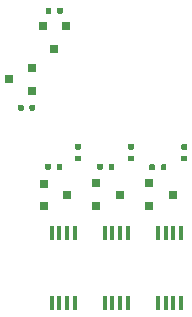
<source format=gbr>
G04 #@! TF.GenerationSoftware,KiCad,Pcbnew,(5.1.5)-3*
G04 #@! TF.CreationDate,2020-07-01T18:11:23-05:00*
G04 #@! TF.ProjectId,LightDriverShieldVer2,4c696768-7444-4726-9976-657253686965,rev?*
G04 #@! TF.SameCoordinates,Original*
G04 #@! TF.FileFunction,Paste,Top*
G04 #@! TF.FilePolarity,Positive*
%FSLAX46Y46*%
G04 Gerber Fmt 4.6, Leading zero omitted, Abs format (unit mm)*
G04 Created by KiCad (PCBNEW (5.1.5)-3) date 2020-07-01 18:11:23*
%MOMM*%
%LPD*%
G04 APERTURE LIST*
%ADD10R,0.720000X0.640000*%
%ADD11R,0.360000X1.160000*%
%ADD12C,0.100000*%
%ADD13R,0.640000X0.720000*%
G04 APERTURE END LIST*
D10*
X116050000Y-107800000D03*
X114050000Y-108750000D03*
X114050000Y-106850000D03*
X102150000Y-98050000D03*
X104150000Y-97100000D03*
X104150000Y-99000000D03*
X111550000Y-107800000D03*
X109550000Y-108750000D03*
X109550000Y-106850000D03*
X107100000Y-107850000D03*
X105100000Y-108800000D03*
X105100000Y-106900000D03*
D11*
X105775000Y-111050000D03*
X106425000Y-111050000D03*
X107075000Y-111050000D03*
X107725000Y-111050000D03*
X107725000Y-116950000D03*
X107075000Y-116950000D03*
X106425000Y-116950000D03*
X105775000Y-116950000D03*
X114775000Y-111050000D03*
X115425000Y-111050000D03*
X116075000Y-111050000D03*
X116725000Y-111050000D03*
X116725000Y-116950000D03*
X116075000Y-116950000D03*
X115425000Y-116950000D03*
X114775000Y-116950000D03*
X110275000Y-111050000D03*
X110925000Y-111050000D03*
X111575000Y-111050000D03*
X112225000Y-111050000D03*
X112225000Y-116950000D03*
X111575000Y-116950000D03*
X110925000Y-116950000D03*
X110275000Y-116950000D03*
D12*
G36*
X117149566Y-103529568D02*
G01*
X117161021Y-103531267D01*
X117172254Y-103534081D01*
X117183157Y-103537982D01*
X117193625Y-103542933D01*
X117203557Y-103548887D01*
X117212858Y-103555785D01*
X117221439Y-103563561D01*
X117229215Y-103572142D01*
X117236113Y-103581443D01*
X117242067Y-103591375D01*
X117247018Y-103601843D01*
X117250919Y-103612746D01*
X117253733Y-103623979D01*
X117255432Y-103635434D01*
X117256000Y-103647000D01*
X117256000Y-103883000D01*
X117255432Y-103894566D01*
X117253733Y-103906021D01*
X117250919Y-103917254D01*
X117247018Y-103928157D01*
X117242067Y-103938625D01*
X117236113Y-103948557D01*
X117229215Y-103957858D01*
X117221439Y-103966439D01*
X117212858Y-103974215D01*
X117203557Y-103981113D01*
X117193625Y-103987067D01*
X117183157Y-103992018D01*
X117172254Y-103995919D01*
X117161021Y-103998733D01*
X117149566Y-104000432D01*
X117138000Y-104001000D01*
X116862000Y-104001000D01*
X116850434Y-104000432D01*
X116838979Y-103998733D01*
X116827746Y-103995919D01*
X116816843Y-103992018D01*
X116806375Y-103987067D01*
X116796443Y-103981113D01*
X116787142Y-103974215D01*
X116778561Y-103966439D01*
X116770785Y-103957858D01*
X116763887Y-103948557D01*
X116757933Y-103938625D01*
X116752982Y-103928157D01*
X116749081Y-103917254D01*
X116746267Y-103906021D01*
X116744568Y-103894566D01*
X116744000Y-103883000D01*
X116744000Y-103647000D01*
X116744568Y-103635434D01*
X116746267Y-103623979D01*
X116749081Y-103612746D01*
X116752982Y-103601843D01*
X116757933Y-103591375D01*
X116763887Y-103581443D01*
X116770785Y-103572142D01*
X116778561Y-103563561D01*
X116787142Y-103555785D01*
X116796443Y-103548887D01*
X116806375Y-103542933D01*
X116816843Y-103537982D01*
X116827746Y-103534081D01*
X116838979Y-103531267D01*
X116850434Y-103529568D01*
X116862000Y-103529000D01*
X117138000Y-103529000D01*
X117149566Y-103529568D01*
G37*
G36*
X117149566Y-104499568D02*
G01*
X117161021Y-104501267D01*
X117172254Y-104504081D01*
X117183157Y-104507982D01*
X117193625Y-104512933D01*
X117203557Y-104518887D01*
X117212858Y-104525785D01*
X117221439Y-104533561D01*
X117229215Y-104542142D01*
X117236113Y-104551443D01*
X117242067Y-104561375D01*
X117247018Y-104571843D01*
X117250919Y-104582746D01*
X117253733Y-104593979D01*
X117255432Y-104605434D01*
X117256000Y-104617000D01*
X117256000Y-104853000D01*
X117255432Y-104864566D01*
X117253733Y-104876021D01*
X117250919Y-104887254D01*
X117247018Y-104898157D01*
X117242067Y-104908625D01*
X117236113Y-104918557D01*
X117229215Y-104927858D01*
X117221439Y-104936439D01*
X117212858Y-104944215D01*
X117203557Y-104951113D01*
X117193625Y-104957067D01*
X117183157Y-104962018D01*
X117172254Y-104965919D01*
X117161021Y-104968733D01*
X117149566Y-104970432D01*
X117138000Y-104971000D01*
X116862000Y-104971000D01*
X116850434Y-104970432D01*
X116838979Y-104968733D01*
X116827746Y-104965919D01*
X116816843Y-104962018D01*
X116806375Y-104957067D01*
X116796443Y-104951113D01*
X116787142Y-104944215D01*
X116778561Y-104936439D01*
X116770785Y-104927858D01*
X116763887Y-104918557D01*
X116757933Y-104908625D01*
X116752982Y-104898157D01*
X116749081Y-104887254D01*
X116746267Y-104876021D01*
X116744568Y-104864566D01*
X116744000Y-104853000D01*
X116744000Y-104617000D01*
X116744568Y-104605434D01*
X116746267Y-104593979D01*
X116749081Y-104582746D01*
X116752982Y-104571843D01*
X116757933Y-104561375D01*
X116763887Y-104551443D01*
X116770785Y-104542142D01*
X116778561Y-104533561D01*
X116787142Y-104525785D01*
X116796443Y-104518887D01*
X116806375Y-104512933D01*
X116816843Y-104507982D01*
X116827746Y-104504081D01*
X116838979Y-104501267D01*
X116850434Y-104499568D01*
X116862000Y-104499000D01*
X117138000Y-104499000D01*
X117149566Y-104499568D01*
G37*
G36*
X114409566Y-105244568D02*
G01*
X114421021Y-105246267D01*
X114432254Y-105249081D01*
X114443157Y-105252982D01*
X114453625Y-105257933D01*
X114463557Y-105263887D01*
X114472858Y-105270785D01*
X114481439Y-105278561D01*
X114489215Y-105287142D01*
X114496113Y-105296443D01*
X114502067Y-105306375D01*
X114507018Y-105316843D01*
X114510919Y-105327746D01*
X114513733Y-105338979D01*
X114515432Y-105350434D01*
X114516000Y-105362000D01*
X114516000Y-105638000D01*
X114515432Y-105649566D01*
X114513733Y-105661021D01*
X114510919Y-105672254D01*
X114507018Y-105683157D01*
X114502067Y-105693625D01*
X114496113Y-105703557D01*
X114489215Y-105712858D01*
X114481439Y-105721439D01*
X114472858Y-105729215D01*
X114463557Y-105736113D01*
X114453625Y-105742067D01*
X114443157Y-105747018D01*
X114432254Y-105750919D01*
X114421021Y-105753733D01*
X114409566Y-105755432D01*
X114398000Y-105756000D01*
X114162000Y-105756000D01*
X114150434Y-105755432D01*
X114138979Y-105753733D01*
X114127746Y-105750919D01*
X114116843Y-105747018D01*
X114106375Y-105742067D01*
X114096443Y-105736113D01*
X114087142Y-105729215D01*
X114078561Y-105721439D01*
X114070785Y-105712858D01*
X114063887Y-105703557D01*
X114057933Y-105693625D01*
X114052982Y-105683157D01*
X114049081Y-105672254D01*
X114046267Y-105661021D01*
X114044568Y-105649566D01*
X114044000Y-105638000D01*
X114044000Y-105362000D01*
X114044568Y-105350434D01*
X114046267Y-105338979D01*
X114049081Y-105327746D01*
X114052982Y-105316843D01*
X114057933Y-105306375D01*
X114063887Y-105296443D01*
X114070785Y-105287142D01*
X114078561Y-105278561D01*
X114087142Y-105270785D01*
X114096443Y-105263887D01*
X114106375Y-105257933D01*
X114116843Y-105252982D01*
X114127746Y-105249081D01*
X114138979Y-105246267D01*
X114150434Y-105244568D01*
X114162000Y-105244000D01*
X114398000Y-105244000D01*
X114409566Y-105244568D01*
G37*
G36*
X115379566Y-105244568D02*
G01*
X115391021Y-105246267D01*
X115402254Y-105249081D01*
X115413157Y-105252982D01*
X115423625Y-105257933D01*
X115433557Y-105263887D01*
X115442858Y-105270785D01*
X115451439Y-105278561D01*
X115459215Y-105287142D01*
X115466113Y-105296443D01*
X115472067Y-105306375D01*
X115477018Y-105316843D01*
X115480919Y-105327746D01*
X115483733Y-105338979D01*
X115485432Y-105350434D01*
X115486000Y-105362000D01*
X115486000Y-105638000D01*
X115485432Y-105649566D01*
X115483733Y-105661021D01*
X115480919Y-105672254D01*
X115477018Y-105683157D01*
X115472067Y-105693625D01*
X115466113Y-105703557D01*
X115459215Y-105712858D01*
X115451439Y-105721439D01*
X115442858Y-105729215D01*
X115433557Y-105736113D01*
X115423625Y-105742067D01*
X115413157Y-105747018D01*
X115402254Y-105750919D01*
X115391021Y-105753733D01*
X115379566Y-105755432D01*
X115368000Y-105756000D01*
X115132000Y-105756000D01*
X115120434Y-105755432D01*
X115108979Y-105753733D01*
X115097746Y-105750919D01*
X115086843Y-105747018D01*
X115076375Y-105742067D01*
X115066443Y-105736113D01*
X115057142Y-105729215D01*
X115048561Y-105721439D01*
X115040785Y-105712858D01*
X115033887Y-105703557D01*
X115027933Y-105693625D01*
X115022982Y-105683157D01*
X115019081Y-105672254D01*
X115016267Y-105661021D01*
X115014568Y-105649566D01*
X115014000Y-105638000D01*
X115014000Y-105362000D01*
X115014568Y-105350434D01*
X115016267Y-105338979D01*
X115019081Y-105327746D01*
X115022982Y-105316843D01*
X115027933Y-105306375D01*
X115033887Y-105296443D01*
X115040785Y-105287142D01*
X115048561Y-105278561D01*
X115057142Y-105270785D01*
X115066443Y-105263887D01*
X115076375Y-105257933D01*
X115086843Y-105252982D01*
X115097746Y-105249081D01*
X115108979Y-105246267D01*
X115120434Y-105244568D01*
X115132000Y-105244000D01*
X115368000Y-105244000D01*
X115379566Y-105244568D01*
G37*
G36*
X112649566Y-103529568D02*
G01*
X112661021Y-103531267D01*
X112672254Y-103534081D01*
X112683157Y-103537982D01*
X112693625Y-103542933D01*
X112703557Y-103548887D01*
X112712858Y-103555785D01*
X112721439Y-103563561D01*
X112729215Y-103572142D01*
X112736113Y-103581443D01*
X112742067Y-103591375D01*
X112747018Y-103601843D01*
X112750919Y-103612746D01*
X112753733Y-103623979D01*
X112755432Y-103635434D01*
X112756000Y-103647000D01*
X112756000Y-103883000D01*
X112755432Y-103894566D01*
X112753733Y-103906021D01*
X112750919Y-103917254D01*
X112747018Y-103928157D01*
X112742067Y-103938625D01*
X112736113Y-103948557D01*
X112729215Y-103957858D01*
X112721439Y-103966439D01*
X112712858Y-103974215D01*
X112703557Y-103981113D01*
X112693625Y-103987067D01*
X112683157Y-103992018D01*
X112672254Y-103995919D01*
X112661021Y-103998733D01*
X112649566Y-104000432D01*
X112638000Y-104001000D01*
X112362000Y-104001000D01*
X112350434Y-104000432D01*
X112338979Y-103998733D01*
X112327746Y-103995919D01*
X112316843Y-103992018D01*
X112306375Y-103987067D01*
X112296443Y-103981113D01*
X112287142Y-103974215D01*
X112278561Y-103966439D01*
X112270785Y-103957858D01*
X112263887Y-103948557D01*
X112257933Y-103938625D01*
X112252982Y-103928157D01*
X112249081Y-103917254D01*
X112246267Y-103906021D01*
X112244568Y-103894566D01*
X112244000Y-103883000D01*
X112244000Y-103647000D01*
X112244568Y-103635434D01*
X112246267Y-103623979D01*
X112249081Y-103612746D01*
X112252982Y-103601843D01*
X112257933Y-103591375D01*
X112263887Y-103581443D01*
X112270785Y-103572142D01*
X112278561Y-103563561D01*
X112287142Y-103555785D01*
X112296443Y-103548887D01*
X112306375Y-103542933D01*
X112316843Y-103537982D01*
X112327746Y-103534081D01*
X112338979Y-103531267D01*
X112350434Y-103529568D01*
X112362000Y-103529000D01*
X112638000Y-103529000D01*
X112649566Y-103529568D01*
G37*
G36*
X112649566Y-104499568D02*
G01*
X112661021Y-104501267D01*
X112672254Y-104504081D01*
X112683157Y-104507982D01*
X112693625Y-104512933D01*
X112703557Y-104518887D01*
X112712858Y-104525785D01*
X112721439Y-104533561D01*
X112729215Y-104542142D01*
X112736113Y-104551443D01*
X112742067Y-104561375D01*
X112747018Y-104571843D01*
X112750919Y-104582746D01*
X112753733Y-104593979D01*
X112755432Y-104605434D01*
X112756000Y-104617000D01*
X112756000Y-104853000D01*
X112755432Y-104864566D01*
X112753733Y-104876021D01*
X112750919Y-104887254D01*
X112747018Y-104898157D01*
X112742067Y-104908625D01*
X112736113Y-104918557D01*
X112729215Y-104927858D01*
X112721439Y-104936439D01*
X112712858Y-104944215D01*
X112703557Y-104951113D01*
X112693625Y-104957067D01*
X112683157Y-104962018D01*
X112672254Y-104965919D01*
X112661021Y-104968733D01*
X112649566Y-104970432D01*
X112638000Y-104971000D01*
X112362000Y-104971000D01*
X112350434Y-104970432D01*
X112338979Y-104968733D01*
X112327746Y-104965919D01*
X112316843Y-104962018D01*
X112306375Y-104957067D01*
X112296443Y-104951113D01*
X112287142Y-104944215D01*
X112278561Y-104936439D01*
X112270785Y-104927858D01*
X112263887Y-104918557D01*
X112257933Y-104908625D01*
X112252982Y-104898157D01*
X112249081Y-104887254D01*
X112246267Y-104876021D01*
X112244568Y-104864566D01*
X112244000Y-104853000D01*
X112244000Y-104617000D01*
X112244568Y-104605434D01*
X112246267Y-104593979D01*
X112249081Y-104582746D01*
X112252982Y-104571843D01*
X112257933Y-104561375D01*
X112263887Y-104551443D01*
X112270785Y-104542142D01*
X112278561Y-104533561D01*
X112287142Y-104525785D01*
X112296443Y-104518887D01*
X112306375Y-104512933D01*
X112316843Y-104507982D01*
X112327746Y-104504081D01*
X112338979Y-104501267D01*
X112350434Y-104499568D01*
X112362000Y-104499000D01*
X112638000Y-104499000D01*
X112649566Y-104499568D01*
G37*
G36*
X108149566Y-103529568D02*
G01*
X108161021Y-103531267D01*
X108172254Y-103534081D01*
X108183157Y-103537982D01*
X108193625Y-103542933D01*
X108203557Y-103548887D01*
X108212858Y-103555785D01*
X108221439Y-103563561D01*
X108229215Y-103572142D01*
X108236113Y-103581443D01*
X108242067Y-103591375D01*
X108247018Y-103601843D01*
X108250919Y-103612746D01*
X108253733Y-103623979D01*
X108255432Y-103635434D01*
X108256000Y-103647000D01*
X108256000Y-103883000D01*
X108255432Y-103894566D01*
X108253733Y-103906021D01*
X108250919Y-103917254D01*
X108247018Y-103928157D01*
X108242067Y-103938625D01*
X108236113Y-103948557D01*
X108229215Y-103957858D01*
X108221439Y-103966439D01*
X108212858Y-103974215D01*
X108203557Y-103981113D01*
X108193625Y-103987067D01*
X108183157Y-103992018D01*
X108172254Y-103995919D01*
X108161021Y-103998733D01*
X108149566Y-104000432D01*
X108138000Y-104001000D01*
X107862000Y-104001000D01*
X107850434Y-104000432D01*
X107838979Y-103998733D01*
X107827746Y-103995919D01*
X107816843Y-103992018D01*
X107806375Y-103987067D01*
X107796443Y-103981113D01*
X107787142Y-103974215D01*
X107778561Y-103966439D01*
X107770785Y-103957858D01*
X107763887Y-103948557D01*
X107757933Y-103938625D01*
X107752982Y-103928157D01*
X107749081Y-103917254D01*
X107746267Y-103906021D01*
X107744568Y-103894566D01*
X107744000Y-103883000D01*
X107744000Y-103647000D01*
X107744568Y-103635434D01*
X107746267Y-103623979D01*
X107749081Y-103612746D01*
X107752982Y-103601843D01*
X107757933Y-103591375D01*
X107763887Y-103581443D01*
X107770785Y-103572142D01*
X107778561Y-103563561D01*
X107787142Y-103555785D01*
X107796443Y-103548887D01*
X107806375Y-103542933D01*
X107816843Y-103537982D01*
X107827746Y-103534081D01*
X107838979Y-103531267D01*
X107850434Y-103529568D01*
X107862000Y-103529000D01*
X108138000Y-103529000D01*
X108149566Y-103529568D01*
G37*
G36*
X108149566Y-104499568D02*
G01*
X108161021Y-104501267D01*
X108172254Y-104504081D01*
X108183157Y-104507982D01*
X108193625Y-104512933D01*
X108203557Y-104518887D01*
X108212858Y-104525785D01*
X108221439Y-104533561D01*
X108229215Y-104542142D01*
X108236113Y-104551443D01*
X108242067Y-104561375D01*
X108247018Y-104571843D01*
X108250919Y-104582746D01*
X108253733Y-104593979D01*
X108255432Y-104605434D01*
X108256000Y-104617000D01*
X108256000Y-104853000D01*
X108255432Y-104864566D01*
X108253733Y-104876021D01*
X108250919Y-104887254D01*
X108247018Y-104898157D01*
X108242067Y-104908625D01*
X108236113Y-104918557D01*
X108229215Y-104927858D01*
X108221439Y-104936439D01*
X108212858Y-104944215D01*
X108203557Y-104951113D01*
X108193625Y-104957067D01*
X108183157Y-104962018D01*
X108172254Y-104965919D01*
X108161021Y-104968733D01*
X108149566Y-104970432D01*
X108138000Y-104971000D01*
X107862000Y-104971000D01*
X107850434Y-104970432D01*
X107838979Y-104968733D01*
X107827746Y-104965919D01*
X107816843Y-104962018D01*
X107806375Y-104957067D01*
X107796443Y-104951113D01*
X107787142Y-104944215D01*
X107778561Y-104936439D01*
X107770785Y-104927858D01*
X107763887Y-104918557D01*
X107757933Y-104908625D01*
X107752982Y-104898157D01*
X107749081Y-104887254D01*
X107746267Y-104876021D01*
X107744568Y-104864566D01*
X107744000Y-104853000D01*
X107744000Y-104617000D01*
X107744568Y-104605434D01*
X107746267Y-104593979D01*
X107749081Y-104582746D01*
X107752982Y-104571843D01*
X107757933Y-104561375D01*
X107763887Y-104551443D01*
X107770785Y-104542142D01*
X107778561Y-104533561D01*
X107787142Y-104525785D01*
X107796443Y-104518887D01*
X107806375Y-104512933D01*
X107816843Y-104507982D01*
X107827746Y-104504081D01*
X107838979Y-104501267D01*
X107850434Y-104499568D01*
X107862000Y-104499000D01*
X108138000Y-104499000D01*
X108149566Y-104499568D01*
G37*
G36*
X109994566Y-105194568D02*
G01*
X110006021Y-105196267D01*
X110017254Y-105199081D01*
X110028157Y-105202982D01*
X110038625Y-105207933D01*
X110048557Y-105213887D01*
X110057858Y-105220785D01*
X110066439Y-105228561D01*
X110074215Y-105237142D01*
X110081113Y-105246443D01*
X110087067Y-105256375D01*
X110092018Y-105266843D01*
X110095919Y-105277746D01*
X110098733Y-105288979D01*
X110100432Y-105300434D01*
X110101000Y-105312000D01*
X110101000Y-105588000D01*
X110100432Y-105599566D01*
X110098733Y-105611021D01*
X110095919Y-105622254D01*
X110092018Y-105633157D01*
X110087067Y-105643625D01*
X110081113Y-105653557D01*
X110074215Y-105662858D01*
X110066439Y-105671439D01*
X110057858Y-105679215D01*
X110048557Y-105686113D01*
X110038625Y-105692067D01*
X110028157Y-105697018D01*
X110017254Y-105700919D01*
X110006021Y-105703733D01*
X109994566Y-105705432D01*
X109983000Y-105706000D01*
X109747000Y-105706000D01*
X109735434Y-105705432D01*
X109723979Y-105703733D01*
X109712746Y-105700919D01*
X109701843Y-105697018D01*
X109691375Y-105692067D01*
X109681443Y-105686113D01*
X109672142Y-105679215D01*
X109663561Y-105671439D01*
X109655785Y-105662858D01*
X109648887Y-105653557D01*
X109642933Y-105643625D01*
X109637982Y-105633157D01*
X109634081Y-105622254D01*
X109631267Y-105611021D01*
X109629568Y-105599566D01*
X109629000Y-105588000D01*
X109629000Y-105312000D01*
X109629568Y-105300434D01*
X109631267Y-105288979D01*
X109634081Y-105277746D01*
X109637982Y-105266843D01*
X109642933Y-105256375D01*
X109648887Y-105246443D01*
X109655785Y-105237142D01*
X109663561Y-105228561D01*
X109672142Y-105220785D01*
X109681443Y-105213887D01*
X109691375Y-105207933D01*
X109701843Y-105202982D01*
X109712746Y-105199081D01*
X109723979Y-105196267D01*
X109735434Y-105194568D01*
X109747000Y-105194000D01*
X109983000Y-105194000D01*
X109994566Y-105194568D01*
G37*
G36*
X110964566Y-105194568D02*
G01*
X110976021Y-105196267D01*
X110987254Y-105199081D01*
X110998157Y-105202982D01*
X111008625Y-105207933D01*
X111018557Y-105213887D01*
X111027858Y-105220785D01*
X111036439Y-105228561D01*
X111044215Y-105237142D01*
X111051113Y-105246443D01*
X111057067Y-105256375D01*
X111062018Y-105266843D01*
X111065919Y-105277746D01*
X111068733Y-105288979D01*
X111070432Y-105300434D01*
X111071000Y-105312000D01*
X111071000Y-105588000D01*
X111070432Y-105599566D01*
X111068733Y-105611021D01*
X111065919Y-105622254D01*
X111062018Y-105633157D01*
X111057067Y-105643625D01*
X111051113Y-105653557D01*
X111044215Y-105662858D01*
X111036439Y-105671439D01*
X111027858Y-105679215D01*
X111018557Y-105686113D01*
X111008625Y-105692067D01*
X110998157Y-105697018D01*
X110987254Y-105700919D01*
X110976021Y-105703733D01*
X110964566Y-105705432D01*
X110953000Y-105706000D01*
X110717000Y-105706000D01*
X110705434Y-105705432D01*
X110693979Y-105703733D01*
X110682746Y-105700919D01*
X110671843Y-105697018D01*
X110661375Y-105692067D01*
X110651443Y-105686113D01*
X110642142Y-105679215D01*
X110633561Y-105671439D01*
X110625785Y-105662858D01*
X110618887Y-105653557D01*
X110612933Y-105643625D01*
X110607982Y-105633157D01*
X110604081Y-105622254D01*
X110601267Y-105611021D01*
X110599568Y-105599566D01*
X110599000Y-105588000D01*
X110599000Y-105312000D01*
X110599568Y-105300434D01*
X110601267Y-105288979D01*
X110604081Y-105277746D01*
X110607982Y-105266843D01*
X110612933Y-105256375D01*
X110618887Y-105246443D01*
X110625785Y-105237142D01*
X110633561Y-105228561D01*
X110642142Y-105220785D01*
X110651443Y-105213887D01*
X110661375Y-105207933D01*
X110671843Y-105202982D01*
X110682746Y-105199081D01*
X110693979Y-105196267D01*
X110705434Y-105194568D01*
X110717000Y-105194000D01*
X110953000Y-105194000D01*
X110964566Y-105194568D01*
G37*
G36*
X105594566Y-105194568D02*
G01*
X105606021Y-105196267D01*
X105617254Y-105199081D01*
X105628157Y-105202982D01*
X105638625Y-105207933D01*
X105648557Y-105213887D01*
X105657858Y-105220785D01*
X105666439Y-105228561D01*
X105674215Y-105237142D01*
X105681113Y-105246443D01*
X105687067Y-105256375D01*
X105692018Y-105266843D01*
X105695919Y-105277746D01*
X105698733Y-105288979D01*
X105700432Y-105300434D01*
X105701000Y-105312000D01*
X105701000Y-105588000D01*
X105700432Y-105599566D01*
X105698733Y-105611021D01*
X105695919Y-105622254D01*
X105692018Y-105633157D01*
X105687067Y-105643625D01*
X105681113Y-105653557D01*
X105674215Y-105662858D01*
X105666439Y-105671439D01*
X105657858Y-105679215D01*
X105648557Y-105686113D01*
X105638625Y-105692067D01*
X105628157Y-105697018D01*
X105617254Y-105700919D01*
X105606021Y-105703733D01*
X105594566Y-105705432D01*
X105583000Y-105706000D01*
X105347000Y-105706000D01*
X105335434Y-105705432D01*
X105323979Y-105703733D01*
X105312746Y-105700919D01*
X105301843Y-105697018D01*
X105291375Y-105692067D01*
X105281443Y-105686113D01*
X105272142Y-105679215D01*
X105263561Y-105671439D01*
X105255785Y-105662858D01*
X105248887Y-105653557D01*
X105242933Y-105643625D01*
X105237982Y-105633157D01*
X105234081Y-105622254D01*
X105231267Y-105611021D01*
X105229568Y-105599566D01*
X105229000Y-105588000D01*
X105229000Y-105312000D01*
X105229568Y-105300434D01*
X105231267Y-105288979D01*
X105234081Y-105277746D01*
X105237982Y-105266843D01*
X105242933Y-105256375D01*
X105248887Y-105246443D01*
X105255785Y-105237142D01*
X105263561Y-105228561D01*
X105272142Y-105220785D01*
X105281443Y-105213887D01*
X105291375Y-105207933D01*
X105301843Y-105202982D01*
X105312746Y-105199081D01*
X105323979Y-105196267D01*
X105335434Y-105194568D01*
X105347000Y-105194000D01*
X105583000Y-105194000D01*
X105594566Y-105194568D01*
G37*
G36*
X106564566Y-105194568D02*
G01*
X106576021Y-105196267D01*
X106587254Y-105199081D01*
X106598157Y-105202982D01*
X106608625Y-105207933D01*
X106618557Y-105213887D01*
X106627858Y-105220785D01*
X106636439Y-105228561D01*
X106644215Y-105237142D01*
X106651113Y-105246443D01*
X106657067Y-105256375D01*
X106662018Y-105266843D01*
X106665919Y-105277746D01*
X106668733Y-105288979D01*
X106670432Y-105300434D01*
X106671000Y-105312000D01*
X106671000Y-105588000D01*
X106670432Y-105599566D01*
X106668733Y-105611021D01*
X106665919Y-105622254D01*
X106662018Y-105633157D01*
X106657067Y-105643625D01*
X106651113Y-105653557D01*
X106644215Y-105662858D01*
X106636439Y-105671439D01*
X106627858Y-105679215D01*
X106618557Y-105686113D01*
X106608625Y-105692067D01*
X106598157Y-105697018D01*
X106587254Y-105700919D01*
X106576021Y-105703733D01*
X106564566Y-105705432D01*
X106553000Y-105706000D01*
X106317000Y-105706000D01*
X106305434Y-105705432D01*
X106293979Y-105703733D01*
X106282746Y-105700919D01*
X106271843Y-105697018D01*
X106261375Y-105692067D01*
X106251443Y-105686113D01*
X106242142Y-105679215D01*
X106233561Y-105671439D01*
X106225785Y-105662858D01*
X106218887Y-105653557D01*
X106212933Y-105643625D01*
X106207982Y-105633157D01*
X106204081Y-105622254D01*
X106201267Y-105611021D01*
X106199568Y-105599566D01*
X106199000Y-105588000D01*
X106199000Y-105312000D01*
X106199568Y-105300434D01*
X106201267Y-105288979D01*
X106204081Y-105277746D01*
X106207982Y-105266843D01*
X106212933Y-105256375D01*
X106218887Y-105246443D01*
X106225785Y-105237142D01*
X106233561Y-105228561D01*
X106242142Y-105220785D01*
X106251443Y-105213887D01*
X106261375Y-105207933D01*
X106271843Y-105202982D01*
X106282746Y-105199081D01*
X106293979Y-105196267D01*
X106305434Y-105194568D01*
X106317000Y-105194000D01*
X106553000Y-105194000D01*
X106564566Y-105194568D01*
G37*
G36*
X105644566Y-91994568D02*
G01*
X105656021Y-91996267D01*
X105667254Y-91999081D01*
X105678157Y-92002982D01*
X105688625Y-92007933D01*
X105698557Y-92013887D01*
X105707858Y-92020785D01*
X105716439Y-92028561D01*
X105724215Y-92037142D01*
X105731113Y-92046443D01*
X105737067Y-92056375D01*
X105742018Y-92066843D01*
X105745919Y-92077746D01*
X105748733Y-92088979D01*
X105750432Y-92100434D01*
X105751000Y-92112000D01*
X105751000Y-92388000D01*
X105750432Y-92399566D01*
X105748733Y-92411021D01*
X105745919Y-92422254D01*
X105742018Y-92433157D01*
X105737067Y-92443625D01*
X105731113Y-92453557D01*
X105724215Y-92462858D01*
X105716439Y-92471439D01*
X105707858Y-92479215D01*
X105698557Y-92486113D01*
X105688625Y-92492067D01*
X105678157Y-92497018D01*
X105667254Y-92500919D01*
X105656021Y-92503733D01*
X105644566Y-92505432D01*
X105633000Y-92506000D01*
X105397000Y-92506000D01*
X105385434Y-92505432D01*
X105373979Y-92503733D01*
X105362746Y-92500919D01*
X105351843Y-92497018D01*
X105341375Y-92492067D01*
X105331443Y-92486113D01*
X105322142Y-92479215D01*
X105313561Y-92471439D01*
X105305785Y-92462858D01*
X105298887Y-92453557D01*
X105292933Y-92443625D01*
X105287982Y-92433157D01*
X105284081Y-92422254D01*
X105281267Y-92411021D01*
X105279568Y-92399566D01*
X105279000Y-92388000D01*
X105279000Y-92112000D01*
X105279568Y-92100434D01*
X105281267Y-92088979D01*
X105284081Y-92077746D01*
X105287982Y-92066843D01*
X105292933Y-92056375D01*
X105298887Y-92046443D01*
X105305785Y-92037142D01*
X105313561Y-92028561D01*
X105322142Y-92020785D01*
X105331443Y-92013887D01*
X105341375Y-92007933D01*
X105351843Y-92002982D01*
X105362746Y-91999081D01*
X105373979Y-91996267D01*
X105385434Y-91994568D01*
X105397000Y-91994000D01*
X105633000Y-91994000D01*
X105644566Y-91994568D01*
G37*
G36*
X106614566Y-91994568D02*
G01*
X106626021Y-91996267D01*
X106637254Y-91999081D01*
X106648157Y-92002982D01*
X106658625Y-92007933D01*
X106668557Y-92013887D01*
X106677858Y-92020785D01*
X106686439Y-92028561D01*
X106694215Y-92037142D01*
X106701113Y-92046443D01*
X106707067Y-92056375D01*
X106712018Y-92066843D01*
X106715919Y-92077746D01*
X106718733Y-92088979D01*
X106720432Y-92100434D01*
X106721000Y-92112000D01*
X106721000Y-92388000D01*
X106720432Y-92399566D01*
X106718733Y-92411021D01*
X106715919Y-92422254D01*
X106712018Y-92433157D01*
X106707067Y-92443625D01*
X106701113Y-92453557D01*
X106694215Y-92462858D01*
X106686439Y-92471439D01*
X106677858Y-92479215D01*
X106668557Y-92486113D01*
X106658625Y-92492067D01*
X106648157Y-92497018D01*
X106637254Y-92500919D01*
X106626021Y-92503733D01*
X106614566Y-92505432D01*
X106603000Y-92506000D01*
X106367000Y-92506000D01*
X106355434Y-92505432D01*
X106343979Y-92503733D01*
X106332746Y-92500919D01*
X106321843Y-92497018D01*
X106311375Y-92492067D01*
X106301443Y-92486113D01*
X106292142Y-92479215D01*
X106283561Y-92471439D01*
X106275785Y-92462858D01*
X106268887Y-92453557D01*
X106262933Y-92443625D01*
X106257982Y-92433157D01*
X106254081Y-92422254D01*
X106251267Y-92411021D01*
X106249568Y-92399566D01*
X106249000Y-92388000D01*
X106249000Y-92112000D01*
X106249568Y-92100434D01*
X106251267Y-92088979D01*
X106254081Y-92077746D01*
X106257982Y-92066843D01*
X106262933Y-92056375D01*
X106268887Y-92046443D01*
X106275785Y-92037142D01*
X106283561Y-92028561D01*
X106292142Y-92020785D01*
X106301443Y-92013887D01*
X106311375Y-92007933D01*
X106321843Y-92002982D01*
X106332746Y-91999081D01*
X106343979Y-91996267D01*
X106355434Y-91994568D01*
X106367000Y-91994000D01*
X106603000Y-91994000D01*
X106614566Y-91994568D01*
G37*
G36*
X104264566Y-100194568D02*
G01*
X104276021Y-100196267D01*
X104287254Y-100199081D01*
X104298157Y-100202982D01*
X104308625Y-100207933D01*
X104318557Y-100213887D01*
X104327858Y-100220785D01*
X104336439Y-100228561D01*
X104344215Y-100237142D01*
X104351113Y-100246443D01*
X104357067Y-100256375D01*
X104362018Y-100266843D01*
X104365919Y-100277746D01*
X104368733Y-100288979D01*
X104370432Y-100300434D01*
X104371000Y-100312000D01*
X104371000Y-100588000D01*
X104370432Y-100599566D01*
X104368733Y-100611021D01*
X104365919Y-100622254D01*
X104362018Y-100633157D01*
X104357067Y-100643625D01*
X104351113Y-100653557D01*
X104344215Y-100662858D01*
X104336439Y-100671439D01*
X104327858Y-100679215D01*
X104318557Y-100686113D01*
X104308625Y-100692067D01*
X104298157Y-100697018D01*
X104287254Y-100700919D01*
X104276021Y-100703733D01*
X104264566Y-100705432D01*
X104253000Y-100706000D01*
X104017000Y-100706000D01*
X104005434Y-100705432D01*
X103993979Y-100703733D01*
X103982746Y-100700919D01*
X103971843Y-100697018D01*
X103961375Y-100692067D01*
X103951443Y-100686113D01*
X103942142Y-100679215D01*
X103933561Y-100671439D01*
X103925785Y-100662858D01*
X103918887Y-100653557D01*
X103912933Y-100643625D01*
X103907982Y-100633157D01*
X103904081Y-100622254D01*
X103901267Y-100611021D01*
X103899568Y-100599566D01*
X103899000Y-100588000D01*
X103899000Y-100312000D01*
X103899568Y-100300434D01*
X103901267Y-100288979D01*
X103904081Y-100277746D01*
X103907982Y-100266843D01*
X103912933Y-100256375D01*
X103918887Y-100246443D01*
X103925785Y-100237142D01*
X103933561Y-100228561D01*
X103942142Y-100220785D01*
X103951443Y-100213887D01*
X103961375Y-100207933D01*
X103971843Y-100202982D01*
X103982746Y-100199081D01*
X103993979Y-100196267D01*
X104005434Y-100194568D01*
X104017000Y-100194000D01*
X104253000Y-100194000D01*
X104264566Y-100194568D01*
G37*
G36*
X103294566Y-100194568D02*
G01*
X103306021Y-100196267D01*
X103317254Y-100199081D01*
X103328157Y-100202982D01*
X103338625Y-100207933D01*
X103348557Y-100213887D01*
X103357858Y-100220785D01*
X103366439Y-100228561D01*
X103374215Y-100237142D01*
X103381113Y-100246443D01*
X103387067Y-100256375D01*
X103392018Y-100266843D01*
X103395919Y-100277746D01*
X103398733Y-100288979D01*
X103400432Y-100300434D01*
X103401000Y-100312000D01*
X103401000Y-100588000D01*
X103400432Y-100599566D01*
X103398733Y-100611021D01*
X103395919Y-100622254D01*
X103392018Y-100633157D01*
X103387067Y-100643625D01*
X103381113Y-100653557D01*
X103374215Y-100662858D01*
X103366439Y-100671439D01*
X103357858Y-100679215D01*
X103348557Y-100686113D01*
X103338625Y-100692067D01*
X103328157Y-100697018D01*
X103317254Y-100700919D01*
X103306021Y-100703733D01*
X103294566Y-100705432D01*
X103283000Y-100706000D01*
X103047000Y-100706000D01*
X103035434Y-100705432D01*
X103023979Y-100703733D01*
X103012746Y-100700919D01*
X103001843Y-100697018D01*
X102991375Y-100692067D01*
X102981443Y-100686113D01*
X102972142Y-100679215D01*
X102963561Y-100671439D01*
X102955785Y-100662858D01*
X102948887Y-100653557D01*
X102942933Y-100643625D01*
X102937982Y-100633157D01*
X102934081Y-100622254D01*
X102931267Y-100611021D01*
X102929568Y-100599566D01*
X102929000Y-100588000D01*
X102929000Y-100312000D01*
X102929568Y-100300434D01*
X102931267Y-100288979D01*
X102934081Y-100277746D01*
X102937982Y-100266843D01*
X102942933Y-100256375D01*
X102948887Y-100246443D01*
X102955785Y-100237142D01*
X102963561Y-100228561D01*
X102972142Y-100220785D01*
X102981443Y-100213887D01*
X102991375Y-100207933D01*
X103001843Y-100202982D01*
X103012746Y-100199081D01*
X103023979Y-100196267D01*
X103035434Y-100194568D01*
X103047000Y-100194000D01*
X103283000Y-100194000D01*
X103294566Y-100194568D01*
G37*
D13*
X106000000Y-95500000D03*
X105050000Y-93500000D03*
X106950000Y-93500000D03*
M02*

</source>
